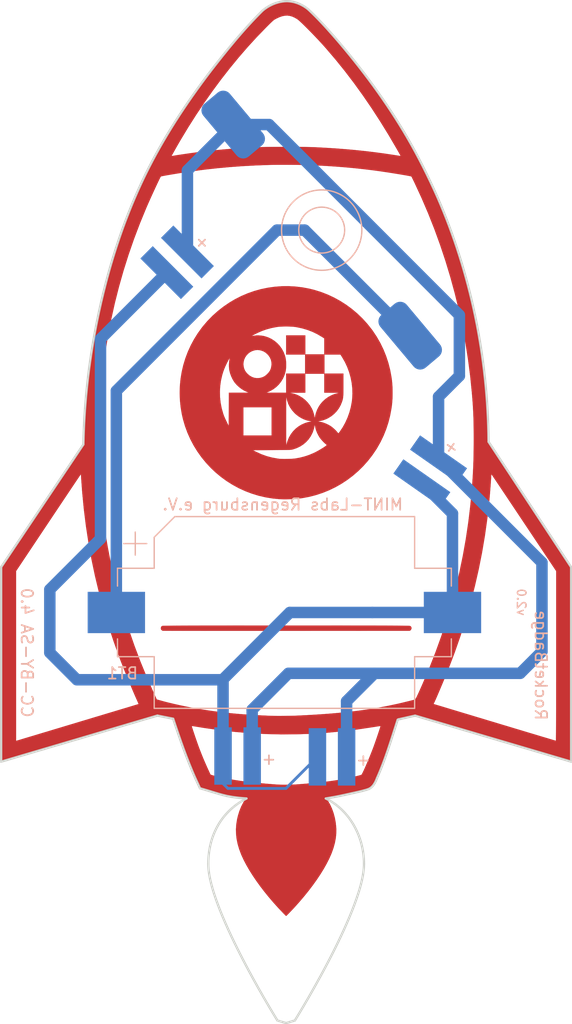
<source format=kicad_pcb>
(kicad_pcb (version 20211014) (generator pcbnew)
  (layers (0 "F.Cu" signal) (31 "B.Cu" signal) (34 "B.Paste" user) (35 "F.Paste" user) (36 "B.SilkS" user "B.Silkscreen") (37 "F.SilkS" user "F.Silkscreen") (38 "B.Mask" user) (39 "F.Mask" user) (44 "Edge.Cuts" user))
  (net 0 "")
  (net 1 "+3V0")
  (net 2 "GND")
  (net 3 "VCC")
  (footprint "MountingHole:MountingHole_2.1mm" (layer "F.Cu") (at 113.2 34)
    (fp_text reference "REF**" hide)
    (fp_text value "MountingHole_2.1mm")
  )
  (footprint "Binary_Kitchen:rocket" (layer "F.Cu") (at 113.2 75.7)
    (fp_text reference "Ref**" hide)
    (fp_text value "Val**" hide)
  )
  (footprint "Binary_Kitchen:5mm_SMD-Pad" (layer "B.Cu") (at 108.7 101)
    (fp_text reference "D1" hide)
    (fp_text value "LED" hide)
  )
  (footprint "Binary_Kitchen:5mm_SMD-Pad" (layer "B.Cu") (at 106.689087 56.874874 45)
    (fp_text reference "D2" hide)
    (fp_text value "LED" hide)
  )
  (footprint "Binary_Kitchen:5mm_SMD-Pad" (layer "B.Cu") (at 129.289087 74.474874 55)
    (fp_text reference "D3" hide)
    (fp_text value "LED" hide)
  )
  (footprint "Binary_Kitchen:5mm_SMD-Pad" (layer "B.Cu") (at 116.93 101.075)
    (fp_text reference "D4" hide)
    (fp_text value "LED" hide)
  )
  (footprint "Binary_Kitchen:BatteryHolder_Keystone_1060_1x2032_HandSoldering" (layer "B.Cu") (at 113.05 84)
    (fp_text reference "BT1")
    (fp_text value "Battery_Cell")
  )
  (footprint "Binary_Kitchen:Push_Button" (layer "B.Cu") (at 108.586549 41.507467 -50)
    (fp_text reference "SW1" hide)
    (fp_text value "SW_DIP_x01")
  )
  (gr_curve (pts (xy 111.138173 31.591332) (xy 109.472125 33.242895) (xy 107.993855 35.071725) (xy 106.560905 36.926686)) (layer "Edge.Cuts") (width 0.2))
  (gr_curve (pts (xy 109.744309 100.2) (xy 107.681493 101.250079) (xy 106.412932 103.273736) (xy 106.412932 105.90626)) (layer "Edge.Cuts") (width 0.2))
  (gr_curve (pts (xy 124.442555 92.984809) (xy 128.975533 94.320773) (xy 133.508501 95.656769) (xy 138.041484 96.992714)) (layer "Edge.Cuts") (width 0.2))
  (gr_curve (pts (xy 106.412932 105.90626) (xy 106.412932 109.687251) (xy 111.82199 118.535578) (xy 112.43838 119.532118)) (layer "Edge.Cuts") (width 0.2))
  (gr_line (start 113.2 119.760364) (end 113.961621 119.532118) (layer "Edge.Cuts") (width 0.2))
  (gr_curve (pts (xy 113.153159 30.761675) (xy 112.415282 30.805804) (xy 111.699934 31.114007) (xy 111.138173 31.591332)) (layer "Edge.Cuts") (width 0.2))
  (gr_line (start 112.43838 119.532118) (end 113.2 119.760364) (layer "Edge.Cuts") (width 0.2))
  (gr_curve (pts (xy 105.311557 98.495842) (xy 105.435905 98.767981) (xy 105.562217 99.039164) (xy 105.688789 99.310334)) (layer "Edge.Cuts") (width 0.2))
  (gr_curve (pts (xy 120.392405 99.377235) (xy 120.777039 99.204459) (xy 120.979289 98.805316) (xy 121.12006 98.429289)) (layer "Edge.Cuts") (width 0.2))
  (gr_curve (pts (xy 123.792717 42.697221) (xy 121.959538 39.549705) (xy 119.77748 36.615921) (xy 117.396773 33.865773)) (layer "Edge.Cuts") (width 0.2))
  (gr_line (start 119.131085 99.706371) (end 119.131085 99.706371) (layer "Edge.Cuts") (width 0.2))
  (gr_curve (pts (xy 106.560905 36.926686) (xy 104.43987 39.714108) (xy 102.509659 42.660792) (xy 100.958957 45.807786)) (layer "Edge.Cuts") (width 0.2))
  (gr_curve (pts (xy 96.511337 59.678437) (xy 95.924053 62.874309) (xy 95.584414 66.11743) (xy 95.526307 69.367231)) (layer "Edge.Cuts") (width 0.2))
  (gr_curve (pts (xy 130.844494 69.135199) (xy 130.786834 61.816224) (xy 129.308792 54.491799) (xy 126.369701 47.785)) (layer "Edge.Cuts") (width 0.2))
  (gr_curve (pts (xy 123.21554 93.259645) (xy 123.624544 93.168033) (xy 124.03355 93.076421) (xy 124.442555 92.984809)) (layer "Edge.Cuts") (width 0.2))
  (gr_curve (pts (xy 115.131445 31.479824) (xy 114.579658 31.025109) (xy 113.873577 30.737877) (xy 113.153159 30.761675)) (layer "Edge.Cuts") (width 0.2))
  (gr_curve (pts (xy 100.958957 45.807786) (xy 98.816387 50.184041) (xy 97.397086 54.892134) (xy 96.511337 59.678437)) (layer "Edge.Cuts") (width 0.2))
  (gr_curve (pts (xy 121.12006 98.429289) (xy 121.857028 96.786763) (xy 122.367329 95.055972) (xy 122.921764 93.346153)) (layer "Edge.Cuts") (width 0.2))
  (gr_curve (pts (xy 138.041484 80.052608) (xy 135.642798 76.413265) (xy 133.243439 72.774369) (xy 130.844494 69.135199)) (layer "Edge.Cuts") (width 0.2))
  (gr_line (start 88.358012 80.049559) (end 88.358012 96.994746) (layer "Edge.Cuts") (width 0.2))
  (gr_curve (pts (xy 88.358012 96.994746) (xy 92.897188 95.656895) (xy 97.436342 94.318964) (xy 101.975508 92.981082)) (layer "Edge.Cuts") (width 0.2))
  (gr_curve (pts (xy 116.655692 100.2) (xy 117.611147 100.034732) (xy 117.601148 100.04708) (xy 119.131085 99.706371)) (layer "Edge.Cuts") (width 0.2))
  (gr_curve (pts (xy 126.369701 47.785) (xy 125.595502 46.047842) (xy 124.745074 44.343276) (xy 123.792717 42.697221)) (layer "Edge.Cuts") (width 0.2))
  (gr_curve (pts (xy 103.350897 93.255797) (xy 103.939567 95.025558) (xy 104.548507 96.792946) (xy 105.311557 98.495842)) (layer "Edge.Cuts") (width 0.2))
  (gr_curve (pts (xy 113.961621 119.532118) (xy 114.57808 118.534884) (xy 119.987069 109.687077) (xy 119.987069 105.90626)) (layer "Edge.Cuts") (width 0.2))
  (gr_curve (pts (xy 105.688789 99.310334) (xy 107.509885 99.830314) (xy 107.856779 100.066293) (xy 109.744309 100.2)) (layer "Edge.Cuts") (width 0.2))
  (gr_curve (pts (xy 95.526307 69.367231) (xy 93.136898 72.928023) (xy 90.747307 76.488691) (xy 88.358012 80.049559)) (layer "Edge.Cuts") (width 0.2))
  (gr_curve (pts (xy 119.987069 105.90626) (xy 119.987069 103.27495) (xy 118.519664 101.087055) (xy 116.655692 100.2)) (layer "Edge.Cuts") (width 0.2))
  (gr_curve (pts (xy 101.975508 92.981082) (xy 102.433972 93.072654) (xy 102.892435 93.164225) (xy 103.350897 93.255797)) (layer "Edge.Cuts") (width 0.2))
  (gr_curve (pts (xy 117.396773 33.865773) (xy 116.673605 33.041147) (xy 115.933242 32.22832) (xy 115.131445 31.479824)) (layer "Edge.Cuts") (width 0.2))
  (gr_line (start 138.041484 96.992714) (end 138.041484 80.052608) (layer "Edge.Cuts") (width 0.2))
  (gr_curve (pts (xy 119.131085 99.706371) (xy 119.554918 99.611986) (xy 119.981899 99.518948) (xy 120.392405 99.377235)) (layer "Edge.Cuts") (width 0.2))
  (gr_curve (pts (xy 122.921764 93.346153) (xy 122.987909 93.282589) (xy 123.123079 93.294455) (xy 123.21554 93.259645)) (layer "Edge.Cuts") (width 0.2))
  (gr_text "CC-BY-SA 4.0" (at 90.6 87.5 -90) (layer "B.SilkS") (effects (font (size 1 1)) (justify mirror)))
  (gr_text "RocketBadge\n" (at 135.4 88.6 -90) (layer "B.SilkS") (effects (font (size 1 1)) (justify mirror)))
  (gr_text "MINT-Labs Regensburg e.V." (at 112.9 74.6) (layer "B.SilkS") (effects (font (size 1 1)) (justify mirror)))
  (gr_text "v2.0" (at 133.7 83.1 -90) (layer "B.SilkS") (effects (font (size 0.75 0.75) (thickness 0.125)) (justify mirror)))
  (segment (start 114.820918 50.7) (end 124.013452 59.892534) (width 1) (layer "B.Cu") (net 1))
  (segment (start 98.4 84) (end 98.4 64.7) (width 1) (layer "B.Cu") (net 1))
  (segment (start 98.4 64.7) (end 112.4 50.7) (width 1) (layer "B.Cu") (net 1))
  (segment (start 112.4 50.7) (end 114.820918 50.7) (width 1) (layer "B.Cu") (net 1))
  (segment (start 113.518956 84) (end 107.659478 89.859478) (width 1) (layer "B.Cu") (net 2))
  (segment (start 115.93 96.575) (end 113.180489 99.324511) (width 0.25) (layer "B.Cu") (net 2))
  (segment (start 92.6 82) (end 92.6 87.5) (width 1) (layer "B.Cu") (net 2))
  (segment (start 107.7 98.9) (end 107.7 96.5) (width 0.25) (layer "B.Cu") (net 2))
  (segment (start 127.7 75.383606) (end 125.029326 72.712932) (width 1) (layer "B.Cu") (net 2))
  (segment (start 107.7 89.9) (end 107.659478 89.859478) (width 1) (layer "B.Cu") (net 2))
  (segment (start 127.7 84) (end 127.7 75.383606) (width 1) (layer "B.Cu") (net 2))
  (segment (start 108.124511 99.324511) (end 107.7 98.9) (width 0.25) (layer "B.Cu") (net 2))
  (segment (start 97.019465 60.180535) (end 97.019465 77.580535) (width 1) (layer "B.Cu") (net 2))
  (segment (start 92.6 87.5) (end 94.959478 89.859478) (width 1) (layer "B.Cu") (net 2))
  (segment (start 94.959478 89.859478) (end 107.659478 89.859478) (width 1) (layer "B.Cu") (net 2))
  (segment (start 97.019465 77.580535) (end 92.6 82) (width 1) (layer "B.Cu") (net 2))
  (segment (start 107.7 96.5) (end 107.7 89.9) (width 1) (layer "B.Cu") (net 2))
  (segment (start 102.8 54.4) (end 97.019465 60.180535) (width 1) (layer "B.Cu") (net 2))
  (segment (start 120.718956 84) (end 127.7 84) (width 1) (layer "B.Cu") (net 2))
  (segment (start 113.180489 99.324511) (end 108.124511 99.324511) (width 0.25) (layer "B.Cu") (net 2))
  (segment (start 120.718956 84) (end 113.518956 84) (width 1) (layer "B.Cu") (net 2))
  (segment (start 113.4 89.3) (end 120.9 89.3) (width 1) (layer "B.Cu") (net 3))
  (segment (start 135.5 79.646075) (end 126.486211 70.632286) (width 1) (layer "B.Cu") (net 3))
  (segment (start 126.486211 65.213789) (end 128.3 63.4) (width 1) (layer "B.Cu") (net 3))
  (segment (start 118.47 96.575) (end 118.47 91.73) (width 1) (layer "B.Cu") (net 3))
  (segment (start 126.486211 70.632286) (end 126.486211 65.213789) (width 1) (layer "B.Cu") (net 3))
  (segment (start 133.6 89.3) (end 135.5 87.4) (width 1) (layer "B.Cu") (net 3))
  (segment (start 110.24 92.46) (end 113.4 89.3) (width 1) (layer "B.Cu") (net 3))
  (segment (start 104.596051 52.603949) (end 104.596051 45.497965) (width 1) (layer "B.Cu") (net 3))
  (segment (start 128.3 58.1) (end 111.707467 41.507467) (width 1) (layer "B.Cu") (net 3))
  (segment (start 110.24 96.5) (end 110.24 92.46) (width 1) (layer "B.Cu") (net 3))
  (segment (start 120.9 89.3) (end 133.6 89.3) (width 1) (layer "B.Cu") (net 3))
  (segment (start 128.3 63.4) (end 128.3 58.1) (width 1) (layer "B.Cu") (net 3))
  (segment (start 118.47 91.73) (end 120.9 89.3) (width 1) (layer "B.Cu") (net 3))
  (segment (start 135.5 87.4) (end 135.5 79.646075) (width 1) (layer "B.Cu") (net 3))
  (segment (start 104.596051 45.497965) (end 108.586549 41.507467) (width 1) (layer "B.Cu") (net 3))
  (segment (start 111.707467 41.507467) (end 108.586549 41.507467) (width 1) (layer "B.Cu") (net 3))
)
</source>
